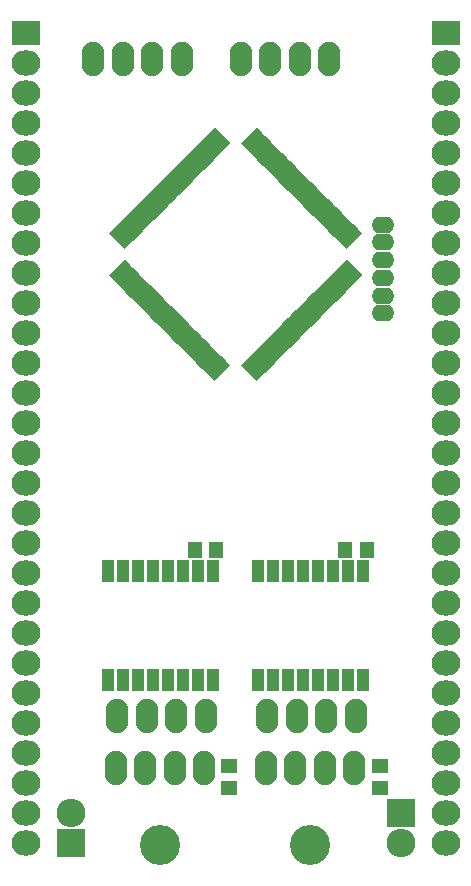
<source format=gbr>
G04 #@! TF.FileFunction,Soldermask,Bot*
%FSLAX46Y46*%
G04 Gerber Fmt 4.6, Leading zero omitted, Abs format (unit mm)*
G04 Created by KiCad (PCBNEW 4.0.5) date 01/02/17 01:45:52*
%MOMM*%
%LPD*%
G01*
G04 APERTURE LIST*
%ADD10C,0.100000*%
%ADD11R,2.432000X2.127200*%
%ADD12O,2.432000X2.127200*%
%ADD13O,1.924000X1.400000*%
%ADD14R,1.400000X1.200000*%
%ADD15O,1.900000X2.900000*%
%ADD16R,2.432000X2.432000*%
%ADD17O,2.432000X2.432000*%
%ADD18R,1.000000X1.900000*%
%ADD19C,3.400000*%
%ADD20R,1.200000X1.400000*%
G04 APERTURE END LIST*
D10*
D11*
X36830000Y-1270000D03*
D12*
X36830000Y-3810000D03*
X36830000Y-6350000D03*
X36830000Y-8890000D03*
X36830000Y-11430000D03*
X36830000Y-13970000D03*
X36830000Y-16510000D03*
X36830000Y-19050000D03*
X36830000Y-21590000D03*
X36830000Y-24130000D03*
X36830000Y-26670000D03*
X36830000Y-29210000D03*
X36830000Y-31750000D03*
X36830000Y-34290000D03*
X36830000Y-36830000D03*
X36830000Y-39370000D03*
X36830000Y-41910000D03*
X36830000Y-44450000D03*
X36830000Y-46990000D03*
X36830000Y-49530000D03*
X36830000Y-52070000D03*
X36830000Y-54610000D03*
X36830000Y-57150000D03*
X36830000Y-59690000D03*
X36830000Y-62230000D03*
X36830000Y-64770000D03*
X36830000Y-67310000D03*
X36830000Y-69850000D03*
D13*
X31500000Y-25000000D03*
X31500000Y-23500000D03*
X31500000Y-22000000D03*
X31500000Y-20500000D03*
X31500000Y-19000000D03*
X31500000Y-17500000D03*
D14*
X31250000Y-63350000D03*
X31250000Y-65150000D03*
X18500000Y-63350000D03*
X18500000Y-65150000D03*
D10*
G36*
X17275162Y-30740952D02*
X16794329Y-30260119D01*
X18137832Y-28916616D01*
X18618665Y-29397449D01*
X17275162Y-30740952D01*
X17275162Y-30740952D01*
G37*
G36*
X16921609Y-30387399D02*
X16440776Y-29906566D01*
X17784279Y-28563063D01*
X18265112Y-29043896D01*
X16921609Y-30387399D01*
X16921609Y-30387399D01*
G37*
G36*
X16568055Y-30033845D02*
X16087222Y-29553012D01*
X17430725Y-28209509D01*
X17911558Y-28690342D01*
X16568055Y-30033845D01*
X16568055Y-30033845D01*
G37*
G36*
X16214502Y-29680292D02*
X15733669Y-29199459D01*
X17077172Y-27855956D01*
X17558005Y-28336789D01*
X16214502Y-29680292D01*
X16214502Y-29680292D01*
G37*
G36*
X15860949Y-29326739D02*
X15380116Y-28845906D01*
X16723619Y-27502403D01*
X17204452Y-27983236D01*
X15860949Y-29326739D01*
X15860949Y-29326739D01*
G37*
G36*
X15507395Y-28973185D02*
X15026562Y-28492352D01*
X16370065Y-27148849D01*
X16850898Y-27629682D01*
X15507395Y-28973185D01*
X15507395Y-28973185D01*
G37*
G36*
X15153842Y-28619632D02*
X14673009Y-28138799D01*
X16016512Y-26795296D01*
X16497345Y-27276129D01*
X15153842Y-28619632D01*
X15153842Y-28619632D01*
G37*
G36*
X14800288Y-28266079D02*
X14319455Y-27785246D01*
X15662958Y-26441743D01*
X16143791Y-26922576D01*
X14800288Y-28266079D01*
X14800288Y-28266079D01*
G37*
G36*
X14446735Y-27912525D02*
X13965902Y-27431692D01*
X15309405Y-26088189D01*
X15790238Y-26569022D01*
X14446735Y-27912525D01*
X14446735Y-27912525D01*
G37*
G36*
X14093182Y-27558972D02*
X13612349Y-27078139D01*
X14955852Y-25734636D01*
X15436685Y-26215469D01*
X14093182Y-27558972D01*
X14093182Y-27558972D01*
G37*
G36*
X13739628Y-27205418D02*
X13258795Y-26724585D01*
X14602298Y-25381082D01*
X15083131Y-25861915D01*
X13739628Y-27205418D01*
X13739628Y-27205418D01*
G37*
G36*
X13386075Y-26851865D02*
X12905242Y-26371032D01*
X14248745Y-25027529D01*
X14729578Y-25508362D01*
X13386075Y-26851865D01*
X13386075Y-26851865D01*
G37*
G36*
X13032521Y-26498312D02*
X12551688Y-26017479D01*
X13895191Y-24673976D01*
X14376024Y-25154809D01*
X13032521Y-26498312D01*
X13032521Y-26498312D01*
G37*
G36*
X12678968Y-26144758D02*
X12198135Y-25663925D01*
X13541638Y-24320422D01*
X14022471Y-24801255D01*
X12678968Y-26144758D01*
X12678968Y-26144758D01*
G37*
G36*
X12325415Y-25791205D02*
X11844582Y-25310372D01*
X13188085Y-23966869D01*
X13668918Y-24447702D01*
X12325415Y-25791205D01*
X12325415Y-25791205D01*
G37*
G36*
X11971861Y-25437651D02*
X11491028Y-24956818D01*
X12834531Y-23613315D01*
X13315364Y-24094148D01*
X11971861Y-25437651D01*
X11971861Y-25437651D01*
G37*
G36*
X11618308Y-25084098D02*
X11137475Y-24603265D01*
X12480978Y-23259762D01*
X12961811Y-23740595D01*
X11618308Y-25084098D01*
X11618308Y-25084098D01*
G37*
G36*
X11264754Y-24730545D02*
X10783921Y-24249712D01*
X12127424Y-22906209D01*
X12608257Y-23387042D01*
X11264754Y-24730545D01*
X11264754Y-24730545D01*
G37*
G36*
X10911201Y-24376991D02*
X10430368Y-23896158D01*
X11773871Y-22552655D01*
X12254704Y-23033488D01*
X10911201Y-24376991D01*
X10911201Y-24376991D01*
G37*
G36*
X10557648Y-24023438D02*
X10076815Y-23542605D01*
X11420318Y-22199102D01*
X11901151Y-22679935D01*
X10557648Y-24023438D01*
X10557648Y-24023438D01*
G37*
G36*
X10204094Y-23669884D02*
X9723261Y-23189051D01*
X11066764Y-21845548D01*
X11547597Y-22326381D01*
X10204094Y-23669884D01*
X10204094Y-23669884D01*
G37*
G36*
X9850541Y-23316331D02*
X9369708Y-22835498D01*
X10713211Y-21491995D01*
X11194044Y-21972828D01*
X9850541Y-23316331D01*
X9850541Y-23316331D01*
G37*
G36*
X9496988Y-22962778D02*
X9016155Y-22481945D01*
X10359658Y-21138442D01*
X10840491Y-21619275D01*
X9496988Y-22962778D01*
X9496988Y-22962778D01*
G37*
G36*
X9143434Y-22609224D02*
X8662601Y-22128391D01*
X10006104Y-20784888D01*
X10486937Y-21265721D01*
X9143434Y-22609224D01*
X9143434Y-22609224D01*
G37*
G36*
X8789881Y-22255671D02*
X8309048Y-21774838D01*
X9652551Y-20431335D01*
X10133384Y-20912168D01*
X8789881Y-22255671D01*
X8789881Y-22255671D01*
G37*
G36*
X8309048Y-18225162D02*
X8789881Y-17744329D01*
X10133384Y-19087832D01*
X9652551Y-19568665D01*
X8309048Y-18225162D01*
X8309048Y-18225162D01*
G37*
G36*
X8662601Y-17871609D02*
X9143434Y-17390776D01*
X10486937Y-18734279D01*
X10006104Y-19215112D01*
X8662601Y-17871609D01*
X8662601Y-17871609D01*
G37*
G36*
X9016155Y-17518055D02*
X9496988Y-17037222D01*
X10840491Y-18380725D01*
X10359658Y-18861558D01*
X9016155Y-17518055D01*
X9016155Y-17518055D01*
G37*
G36*
X9369708Y-17164502D02*
X9850541Y-16683669D01*
X11194044Y-18027172D01*
X10713211Y-18508005D01*
X9369708Y-17164502D01*
X9369708Y-17164502D01*
G37*
G36*
X9723261Y-16810949D02*
X10204094Y-16330116D01*
X11547597Y-17673619D01*
X11066764Y-18154452D01*
X9723261Y-16810949D01*
X9723261Y-16810949D01*
G37*
G36*
X10076815Y-16457395D02*
X10557648Y-15976562D01*
X11901151Y-17320065D01*
X11420318Y-17800898D01*
X10076815Y-16457395D01*
X10076815Y-16457395D01*
G37*
G36*
X10430368Y-16103842D02*
X10911201Y-15623009D01*
X12254704Y-16966512D01*
X11773871Y-17447345D01*
X10430368Y-16103842D01*
X10430368Y-16103842D01*
G37*
G36*
X10783921Y-15750288D02*
X11264754Y-15269455D01*
X12608257Y-16612958D01*
X12127424Y-17093791D01*
X10783921Y-15750288D01*
X10783921Y-15750288D01*
G37*
G36*
X11137475Y-15396735D02*
X11618308Y-14915902D01*
X12961811Y-16259405D01*
X12480978Y-16740238D01*
X11137475Y-15396735D01*
X11137475Y-15396735D01*
G37*
G36*
X11491028Y-15043182D02*
X11971861Y-14562349D01*
X13315364Y-15905852D01*
X12834531Y-16386685D01*
X11491028Y-15043182D01*
X11491028Y-15043182D01*
G37*
G36*
X11844582Y-14689628D02*
X12325415Y-14208795D01*
X13668918Y-15552298D01*
X13188085Y-16033131D01*
X11844582Y-14689628D01*
X11844582Y-14689628D01*
G37*
G36*
X12198135Y-14336075D02*
X12678968Y-13855242D01*
X14022471Y-15198745D01*
X13541638Y-15679578D01*
X12198135Y-14336075D01*
X12198135Y-14336075D01*
G37*
G36*
X12551688Y-13982521D02*
X13032521Y-13501688D01*
X14376024Y-14845191D01*
X13895191Y-15326024D01*
X12551688Y-13982521D01*
X12551688Y-13982521D01*
G37*
G36*
X12905242Y-13628968D02*
X13386075Y-13148135D01*
X14729578Y-14491638D01*
X14248745Y-14972471D01*
X12905242Y-13628968D01*
X12905242Y-13628968D01*
G37*
G36*
X13258795Y-13275415D02*
X13739628Y-12794582D01*
X15083131Y-14138085D01*
X14602298Y-14618918D01*
X13258795Y-13275415D01*
X13258795Y-13275415D01*
G37*
G36*
X13612349Y-12921861D02*
X14093182Y-12441028D01*
X15436685Y-13784531D01*
X14955852Y-14265364D01*
X13612349Y-12921861D01*
X13612349Y-12921861D01*
G37*
G36*
X13965902Y-12568308D02*
X14446735Y-12087475D01*
X15790238Y-13430978D01*
X15309405Y-13911811D01*
X13965902Y-12568308D01*
X13965902Y-12568308D01*
G37*
G36*
X14319455Y-12214754D02*
X14800288Y-11733921D01*
X16143791Y-13077424D01*
X15662958Y-13558257D01*
X14319455Y-12214754D01*
X14319455Y-12214754D01*
G37*
G36*
X14673009Y-11861201D02*
X15153842Y-11380368D01*
X16497345Y-12723871D01*
X16016512Y-13204704D01*
X14673009Y-11861201D01*
X14673009Y-11861201D01*
G37*
G36*
X15026562Y-11507648D02*
X15507395Y-11026815D01*
X16850898Y-12370318D01*
X16370065Y-12851151D01*
X15026562Y-11507648D01*
X15026562Y-11507648D01*
G37*
G36*
X15380116Y-11154094D02*
X15860949Y-10673261D01*
X17204452Y-12016764D01*
X16723619Y-12497597D01*
X15380116Y-11154094D01*
X15380116Y-11154094D01*
G37*
G36*
X15733669Y-10800541D02*
X16214502Y-10319708D01*
X17558005Y-11663211D01*
X17077172Y-12144044D01*
X15733669Y-10800541D01*
X15733669Y-10800541D01*
G37*
G36*
X16087222Y-10446988D02*
X16568055Y-9966155D01*
X17911558Y-11309658D01*
X17430725Y-11790491D01*
X16087222Y-10446988D01*
X16087222Y-10446988D01*
G37*
G36*
X16440776Y-10093434D02*
X16921609Y-9612601D01*
X18265112Y-10956104D01*
X17784279Y-11436937D01*
X16440776Y-10093434D01*
X16440776Y-10093434D01*
G37*
G36*
X16794329Y-9739881D02*
X17275162Y-9259048D01*
X18618665Y-10602551D01*
X18137832Y-11083384D01*
X16794329Y-9739881D01*
X16794329Y-9739881D01*
G37*
G36*
X19962168Y-11083384D02*
X19481335Y-10602551D01*
X20824838Y-9259048D01*
X21305671Y-9739881D01*
X19962168Y-11083384D01*
X19962168Y-11083384D01*
G37*
G36*
X20315721Y-11436937D02*
X19834888Y-10956104D01*
X21178391Y-9612601D01*
X21659224Y-10093434D01*
X20315721Y-11436937D01*
X20315721Y-11436937D01*
G37*
G36*
X20669275Y-11790491D02*
X20188442Y-11309658D01*
X21531945Y-9966155D01*
X22012778Y-10446988D01*
X20669275Y-11790491D01*
X20669275Y-11790491D01*
G37*
G36*
X21022828Y-12144044D02*
X20541995Y-11663211D01*
X21885498Y-10319708D01*
X22366331Y-10800541D01*
X21022828Y-12144044D01*
X21022828Y-12144044D01*
G37*
G36*
X21376381Y-12497597D02*
X20895548Y-12016764D01*
X22239051Y-10673261D01*
X22719884Y-11154094D01*
X21376381Y-12497597D01*
X21376381Y-12497597D01*
G37*
G36*
X21729935Y-12851151D02*
X21249102Y-12370318D01*
X22592605Y-11026815D01*
X23073438Y-11507648D01*
X21729935Y-12851151D01*
X21729935Y-12851151D01*
G37*
G36*
X22083488Y-13204704D02*
X21602655Y-12723871D01*
X22946158Y-11380368D01*
X23426991Y-11861201D01*
X22083488Y-13204704D01*
X22083488Y-13204704D01*
G37*
G36*
X22437042Y-13558257D02*
X21956209Y-13077424D01*
X23299712Y-11733921D01*
X23780545Y-12214754D01*
X22437042Y-13558257D01*
X22437042Y-13558257D01*
G37*
G36*
X22790595Y-13911811D02*
X22309762Y-13430978D01*
X23653265Y-12087475D01*
X24134098Y-12568308D01*
X22790595Y-13911811D01*
X22790595Y-13911811D01*
G37*
G36*
X23144148Y-14265364D02*
X22663315Y-13784531D01*
X24006818Y-12441028D01*
X24487651Y-12921861D01*
X23144148Y-14265364D01*
X23144148Y-14265364D01*
G37*
G36*
X23497702Y-14618918D02*
X23016869Y-14138085D01*
X24360372Y-12794582D01*
X24841205Y-13275415D01*
X23497702Y-14618918D01*
X23497702Y-14618918D01*
G37*
G36*
X23851255Y-14972471D02*
X23370422Y-14491638D01*
X24713925Y-13148135D01*
X25194758Y-13628968D01*
X23851255Y-14972471D01*
X23851255Y-14972471D01*
G37*
G36*
X24204809Y-15326024D02*
X23723976Y-14845191D01*
X25067479Y-13501688D01*
X25548312Y-13982521D01*
X24204809Y-15326024D01*
X24204809Y-15326024D01*
G37*
G36*
X24558362Y-15679578D02*
X24077529Y-15198745D01*
X25421032Y-13855242D01*
X25901865Y-14336075D01*
X24558362Y-15679578D01*
X24558362Y-15679578D01*
G37*
G36*
X24911915Y-16033131D02*
X24431082Y-15552298D01*
X25774585Y-14208795D01*
X26255418Y-14689628D01*
X24911915Y-16033131D01*
X24911915Y-16033131D01*
G37*
G36*
X25265469Y-16386685D02*
X24784636Y-15905852D01*
X26128139Y-14562349D01*
X26608972Y-15043182D01*
X25265469Y-16386685D01*
X25265469Y-16386685D01*
G37*
G36*
X25619022Y-16740238D02*
X25138189Y-16259405D01*
X26481692Y-14915902D01*
X26962525Y-15396735D01*
X25619022Y-16740238D01*
X25619022Y-16740238D01*
G37*
G36*
X25972576Y-17093791D02*
X25491743Y-16612958D01*
X26835246Y-15269455D01*
X27316079Y-15750288D01*
X25972576Y-17093791D01*
X25972576Y-17093791D01*
G37*
G36*
X26326129Y-17447345D02*
X25845296Y-16966512D01*
X27188799Y-15623009D01*
X27669632Y-16103842D01*
X26326129Y-17447345D01*
X26326129Y-17447345D01*
G37*
G36*
X26679682Y-17800898D02*
X26198849Y-17320065D01*
X27542352Y-15976562D01*
X28023185Y-16457395D01*
X26679682Y-17800898D01*
X26679682Y-17800898D01*
G37*
G36*
X27033236Y-18154452D02*
X26552403Y-17673619D01*
X27895906Y-16330116D01*
X28376739Y-16810949D01*
X27033236Y-18154452D01*
X27033236Y-18154452D01*
G37*
G36*
X27386789Y-18508005D02*
X26905956Y-18027172D01*
X28249459Y-16683669D01*
X28730292Y-17164502D01*
X27386789Y-18508005D01*
X27386789Y-18508005D01*
G37*
G36*
X27740342Y-18861558D02*
X27259509Y-18380725D01*
X28603012Y-17037222D01*
X29083845Y-17518055D01*
X27740342Y-18861558D01*
X27740342Y-18861558D01*
G37*
G36*
X28093896Y-19215112D02*
X27613063Y-18734279D01*
X28956566Y-17390776D01*
X29437399Y-17871609D01*
X28093896Y-19215112D01*
X28093896Y-19215112D01*
G37*
G36*
X28447449Y-19568665D02*
X27966616Y-19087832D01*
X29310119Y-17744329D01*
X29790952Y-18225162D01*
X28447449Y-19568665D01*
X28447449Y-19568665D01*
G37*
G36*
X27966616Y-20912168D02*
X28447449Y-20431335D01*
X29790952Y-21774838D01*
X29310119Y-22255671D01*
X27966616Y-20912168D01*
X27966616Y-20912168D01*
G37*
G36*
X27613063Y-21265721D02*
X28093896Y-20784888D01*
X29437399Y-22128391D01*
X28956566Y-22609224D01*
X27613063Y-21265721D01*
X27613063Y-21265721D01*
G37*
G36*
X27259509Y-21619275D02*
X27740342Y-21138442D01*
X29083845Y-22481945D01*
X28603012Y-22962778D01*
X27259509Y-21619275D01*
X27259509Y-21619275D01*
G37*
G36*
X26905956Y-21972828D02*
X27386789Y-21491995D01*
X28730292Y-22835498D01*
X28249459Y-23316331D01*
X26905956Y-21972828D01*
X26905956Y-21972828D01*
G37*
G36*
X26552403Y-22326381D02*
X27033236Y-21845548D01*
X28376739Y-23189051D01*
X27895906Y-23669884D01*
X26552403Y-22326381D01*
X26552403Y-22326381D01*
G37*
G36*
X26198849Y-22679935D02*
X26679682Y-22199102D01*
X28023185Y-23542605D01*
X27542352Y-24023438D01*
X26198849Y-22679935D01*
X26198849Y-22679935D01*
G37*
G36*
X25845296Y-23033488D02*
X26326129Y-22552655D01*
X27669632Y-23896158D01*
X27188799Y-24376991D01*
X25845296Y-23033488D01*
X25845296Y-23033488D01*
G37*
G36*
X25491743Y-23387042D02*
X25972576Y-22906209D01*
X27316079Y-24249712D01*
X26835246Y-24730545D01*
X25491743Y-23387042D01*
X25491743Y-23387042D01*
G37*
G36*
X25138189Y-23740595D02*
X25619022Y-23259762D01*
X26962525Y-24603265D01*
X26481692Y-25084098D01*
X25138189Y-23740595D01*
X25138189Y-23740595D01*
G37*
G36*
X24784636Y-24094148D02*
X25265469Y-23613315D01*
X26608972Y-24956818D01*
X26128139Y-25437651D01*
X24784636Y-24094148D01*
X24784636Y-24094148D01*
G37*
G36*
X24431082Y-24447702D02*
X24911915Y-23966869D01*
X26255418Y-25310372D01*
X25774585Y-25791205D01*
X24431082Y-24447702D01*
X24431082Y-24447702D01*
G37*
G36*
X24077529Y-24801255D02*
X24558362Y-24320422D01*
X25901865Y-25663925D01*
X25421032Y-26144758D01*
X24077529Y-24801255D01*
X24077529Y-24801255D01*
G37*
G36*
X23723976Y-25154809D02*
X24204809Y-24673976D01*
X25548312Y-26017479D01*
X25067479Y-26498312D01*
X23723976Y-25154809D01*
X23723976Y-25154809D01*
G37*
G36*
X23370422Y-25508362D02*
X23851255Y-25027529D01*
X25194758Y-26371032D01*
X24713925Y-26851865D01*
X23370422Y-25508362D01*
X23370422Y-25508362D01*
G37*
G36*
X23016869Y-25861915D02*
X23497702Y-25381082D01*
X24841205Y-26724585D01*
X24360372Y-27205418D01*
X23016869Y-25861915D01*
X23016869Y-25861915D01*
G37*
G36*
X22663315Y-26215469D02*
X23144148Y-25734636D01*
X24487651Y-27078139D01*
X24006818Y-27558972D01*
X22663315Y-26215469D01*
X22663315Y-26215469D01*
G37*
G36*
X22309762Y-26569022D02*
X22790595Y-26088189D01*
X24134098Y-27431692D01*
X23653265Y-27912525D01*
X22309762Y-26569022D01*
X22309762Y-26569022D01*
G37*
G36*
X21956209Y-26922576D02*
X22437042Y-26441743D01*
X23780545Y-27785246D01*
X23299712Y-28266079D01*
X21956209Y-26922576D01*
X21956209Y-26922576D01*
G37*
G36*
X21602655Y-27276129D02*
X22083488Y-26795296D01*
X23426991Y-28138799D01*
X22946158Y-28619632D01*
X21602655Y-27276129D01*
X21602655Y-27276129D01*
G37*
G36*
X21249102Y-27629682D02*
X21729935Y-27148849D01*
X23073438Y-28492352D01*
X22592605Y-28973185D01*
X21249102Y-27629682D01*
X21249102Y-27629682D01*
G37*
G36*
X20895548Y-27983236D02*
X21376381Y-27502403D01*
X22719884Y-28845906D01*
X22239051Y-29326739D01*
X20895548Y-27983236D01*
X20895548Y-27983236D01*
G37*
G36*
X20541995Y-28336789D02*
X21022828Y-27855956D01*
X22366331Y-29199459D01*
X21885498Y-29680292D01*
X20541995Y-28336789D01*
X20541995Y-28336789D01*
G37*
G36*
X20188442Y-28690342D02*
X20669275Y-28209509D01*
X22012778Y-29553012D01*
X21531945Y-30033845D01*
X20188442Y-28690342D01*
X20188442Y-28690342D01*
G37*
G36*
X19834888Y-29043896D02*
X20315721Y-28563063D01*
X21659224Y-29906566D01*
X21178391Y-30387399D01*
X19834888Y-29043896D01*
X19834888Y-29043896D01*
G37*
G36*
X19481335Y-29397449D02*
X19962168Y-28916616D01*
X21305671Y-30260119D01*
X20824838Y-30740952D01*
X19481335Y-29397449D01*
X19481335Y-29397449D01*
G37*
D15*
X27000000Y-3500000D03*
X24500000Y-3500000D03*
X22000000Y-3500000D03*
X19500000Y-3500000D03*
X14500000Y-3500000D03*
X12000000Y-3500000D03*
X9500000Y-3500000D03*
X7000000Y-3500000D03*
X16510000Y-59055000D03*
X14010000Y-59055000D03*
X11510000Y-59055000D03*
X9010000Y-59055000D03*
D16*
X33020000Y-67310000D03*
D17*
X33020000Y-69850000D03*
D15*
X29210000Y-59055000D03*
X26710000Y-59055000D03*
X24210000Y-59055000D03*
X21710000Y-59055000D03*
D16*
X5080000Y-69850000D03*
D17*
X5080000Y-67310000D03*
D18*
X8255000Y-46785000D03*
X9525000Y-46785000D03*
X10795000Y-46785000D03*
X12065000Y-46785000D03*
X13335000Y-46785000D03*
X14605000Y-46785000D03*
X15875000Y-46785000D03*
X17145000Y-46785000D03*
X17145000Y-56085000D03*
X15875000Y-56085000D03*
X14605000Y-56085000D03*
X13335000Y-56085000D03*
X12065000Y-56085000D03*
X10795000Y-56085000D03*
X9525000Y-56085000D03*
X8255000Y-56085000D03*
X20955000Y-46785000D03*
X22225000Y-46785000D03*
X23495000Y-46785000D03*
X24765000Y-46785000D03*
X26035000Y-46785000D03*
X27305000Y-46785000D03*
X28575000Y-46785000D03*
X29845000Y-46785000D03*
X29845000Y-56085000D03*
X28575000Y-56085000D03*
X27305000Y-56085000D03*
X26035000Y-56085000D03*
X24765000Y-56085000D03*
X23495000Y-56085000D03*
X22225000Y-56085000D03*
X20955000Y-56085000D03*
D11*
X1270000Y-1270000D03*
D12*
X1270000Y-3810000D03*
X1270000Y-6350000D03*
X1270000Y-8890000D03*
X1270000Y-11430000D03*
X1270000Y-13970000D03*
X1270000Y-16510000D03*
X1270000Y-19050000D03*
X1270000Y-21590000D03*
X1270000Y-24130000D03*
X1270000Y-26670000D03*
X1270000Y-29210000D03*
X1270000Y-31750000D03*
X1270000Y-34290000D03*
X1270000Y-36830000D03*
X1270000Y-39370000D03*
X1270000Y-41910000D03*
X1270000Y-44450000D03*
X1270000Y-46990000D03*
X1270000Y-49530000D03*
X1270000Y-52070000D03*
X1270000Y-54610000D03*
X1270000Y-57150000D03*
X1270000Y-59690000D03*
X1270000Y-62230000D03*
X1270000Y-64770000D03*
X1270000Y-67310000D03*
X1270000Y-69850000D03*
D15*
X8890000Y-63500000D03*
X11390000Y-63500000D03*
X13890000Y-63500000D03*
X16390000Y-63500000D03*
D19*
X12640000Y-70000000D03*
D15*
X21590000Y-63500000D03*
X24090000Y-63500000D03*
X26590000Y-63500000D03*
X29090000Y-63500000D03*
D19*
X25340000Y-70000000D03*
D20*
X15600000Y-45000000D03*
X17400000Y-45000000D03*
X28350000Y-45000000D03*
X30150000Y-45000000D03*
M02*

</source>
